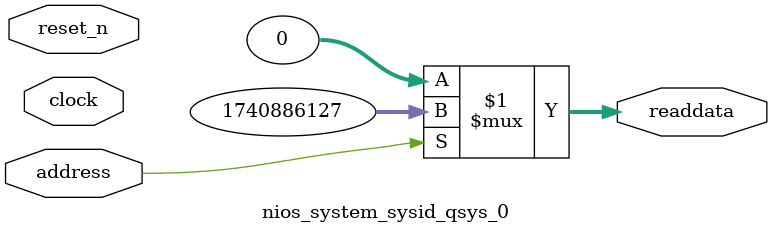
<source format=v>



// synthesis translate_off
`timescale 1ns / 1ps
// synthesis translate_on

// turn off superfluous verilog processor warnings 
// altera message_level Level1 
// altera message_off 10034 10035 10036 10037 10230 10240 10030 

module nios_system_sysid_qsys_0 (
               // inputs:
                address,
                clock,
                reset_n,

               // outputs:
                readdata
             )
;

  output  [ 31: 0] readdata;
  input            address;
  input            clock;
  input            reset_n;

  wire    [ 31: 0] readdata;
  //control_slave, which is an e_avalon_slave
  assign readdata = address ? 1740886127 : 0;

endmodule



</source>
